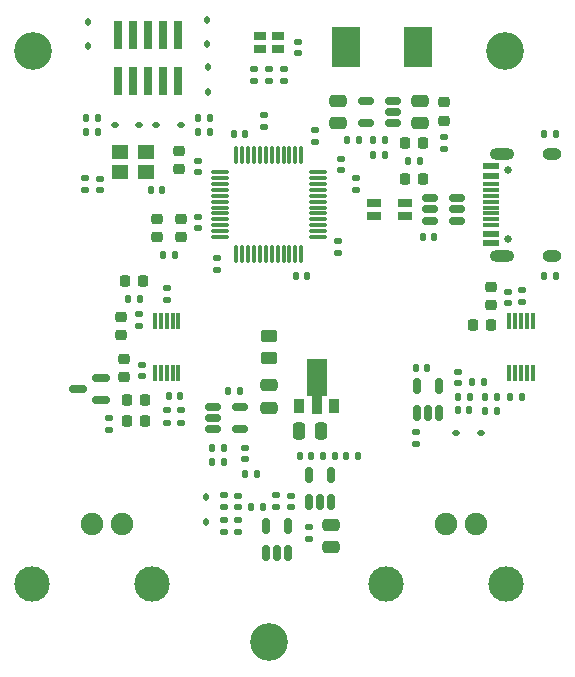
<source format=gbr>
%TF.GenerationSoftware,KiCad,Pcbnew,(7.0.0)*%
%TF.CreationDate,2023-08-19T19:02:20+01:00*%
%TF.ProjectId,Nemesis-MixSigPCB,4e656d65-7369-4732-9d4d-697853696750,rev?*%
%TF.SameCoordinates,Original*%
%TF.FileFunction,Soldermask,Top*%
%TF.FilePolarity,Negative*%
%FSLAX46Y46*%
G04 Gerber Fmt 4.6, Leading zero omitted, Abs format (unit mm)*
G04 Created by KiCad (PCBNEW (7.0.0)) date 2023-08-19 19:02:20*
%MOMM*%
%LPD*%
G01*
G04 APERTURE LIST*
G04 Aperture macros list*
%AMRoundRect*
0 Rectangle with rounded corners*
0 $1 Rounding radius*
0 $2 $3 $4 $5 $6 $7 $8 $9 X,Y pos of 4 corners*
0 Add a 4 corners polygon primitive as box body*
4,1,4,$2,$3,$4,$5,$6,$7,$8,$9,$2,$3,0*
0 Add four circle primitives for the rounded corners*
1,1,$1+$1,$2,$3*
1,1,$1+$1,$4,$5*
1,1,$1+$1,$6,$7*
1,1,$1+$1,$8,$9*
0 Add four rect primitives between the rounded corners*
20,1,$1+$1,$2,$3,$4,$5,0*
20,1,$1+$1,$4,$5,$6,$7,0*
20,1,$1+$1,$6,$7,$8,$9,0*
20,1,$1+$1,$8,$9,$2,$3,0*%
%AMFreePoly0*
4,1,9,3.862500,-0.866500,0.737500,-0.866500,0.737500,-0.450000,-0.737500,-0.450000,-0.737500,0.450000,0.737500,0.450000,0.737500,0.866500,3.862500,0.866500,3.862500,-0.866500,3.862500,-0.866500,$1*%
G04 Aperture macros list end*
%ADD10R,0.300000X1.450000*%
%ADD11RoundRect,0.140000X-0.170000X0.140000X-0.170000X-0.140000X0.170000X-0.140000X0.170000X0.140000X0*%
%ADD12RoundRect,0.250000X-0.475000X0.250000X-0.475000X-0.250000X0.475000X-0.250000X0.475000X0.250000X0*%
%ADD13RoundRect,0.135000X-0.135000X-0.185000X0.135000X-0.185000X0.135000X0.185000X-0.135000X0.185000X0*%
%ADD14RoundRect,0.140000X0.140000X0.170000X-0.140000X0.170000X-0.140000X-0.170000X0.140000X-0.170000X0*%
%ADD15RoundRect,0.135000X0.185000X-0.135000X0.185000X0.135000X-0.185000X0.135000X-0.185000X-0.135000X0*%
%ADD16RoundRect,0.112500X0.112500X-0.187500X0.112500X0.187500X-0.112500X0.187500X-0.112500X-0.187500X0*%
%ADD17RoundRect,0.075000X-0.662500X-0.075000X0.662500X-0.075000X0.662500X0.075000X-0.662500X0.075000X0*%
%ADD18RoundRect,0.075000X-0.075000X-0.662500X0.075000X-0.662500X0.075000X0.662500X-0.075000X0.662500X0*%
%ADD19RoundRect,0.140000X0.170000X-0.140000X0.170000X0.140000X-0.170000X0.140000X-0.170000X-0.140000X0*%
%ADD20RoundRect,0.135000X-0.185000X0.135000X-0.185000X-0.135000X0.185000X-0.135000X0.185000X0.135000X0*%
%ADD21RoundRect,0.150000X0.150000X-0.512500X0.150000X0.512500X-0.150000X0.512500X-0.150000X-0.512500X0*%
%ADD22RoundRect,0.135000X0.135000X0.185000X-0.135000X0.185000X-0.135000X-0.185000X0.135000X-0.185000X0*%
%ADD23RoundRect,0.225000X0.250000X-0.225000X0.250000X0.225000X-0.250000X0.225000X-0.250000X-0.225000X0*%
%ADD24RoundRect,0.250000X0.450000X-0.262500X0.450000X0.262500X-0.450000X0.262500X-0.450000X-0.262500X0*%
%ADD25R,0.740000X2.400000*%
%ADD26RoundRect,0.218750X0.256250X-0.218750X0.256250X0.218750X-0.256250X0.218750X-0.256250X-0.218750X0*%
%ADD27C,0.650000*%
%ADD28R,1.450000X0.600000*%
%ADD29R,1.450000X0.300000*%
%ADD30O,1.600000X1.000000*%
%ADD31O,2.100000X1.000000*%
%ADD32C,1.900000*%
%ADD33C,3.000000*%
%ADD34RoundRect,0.150000X0.512500X0.150000X-0.512500X0.150000X-0.512500X-0.150000X0.512500X-0.150000X0*%
%ADD35R,2.350000X3.500000*%
%ADD36RoundRect,0.250000X0.250000X0.475000X-0.250000X0.475000X-0.250000X-0.475000X0.250000X-0.475000X0*%
%ADD37R,1.400000X1.200000*%
%ADD38RoundRect,0.140000X-0.140000X-0.170000X0.140000X-0.170000X0.140000X0.170000X-0.140000X0.170000X0*%
%ADD39RoundRect,0.225000X-0.250000X0.225000X-0.250000X-0.225000X0.250000X-0.225000X0.250000X0.225000X0*%
%ADD40RoundRect,0.150000X0.587500X0.150000X-0.587500X0.150000X-0.587500X-0.150000X0.587500X-0.150000X0*%
%ADD41RoundRect,0.225000X0.225000X0.250000X-0.225000X0.250000X-0.225000X-0.250000X0.225000X-0.250000X0*%
%ADD42RoundRect,0.112500X-0.112500X0.187500X-0.112500X-0.187500X0.112500X-0.187500X0.112500X0.187500X0*%
%ADD43C,3.200000*%
%ADD44RoundRect,0.112500X0.187500X0.112500X-0.187500X0.112500X-0.187500X-0.112500X0.187500X-0.112500X0*%
%ADD45RoundRect,0.112500X-0.187500X-0.112500X0.187500X-0.112500X0.187500X0.112500X-0.187500X0.112500X0*%
%ADD46RoundRect,0.225000X-0.225000X-0.250000X0.225000X-0.250000X0.225000X0.250000X-0.225000X0.250000X0*%
%ADD47RoundRect,0.150000X-0.512500X-0.150000X0.512500X-0.150000X0.512500X0.150000X-0.512500X0.150000X0*%
%ADD48RoundRect,0.147500X0.147500X0.172500X-0.147500X0.172500X-0.147500X-0.172500X0.147500X-0.172500X0*%
%ADD49R,1.200000X0.700000*%
%ADD50R,0.900000X1.300000*%
%ADD51FreePoly0,90.000000*%
%ADD52R,1.000000X0.800000*%
G04 APERTURE END LIST*
D10*
%TO.C,U303*%
X135349999Y-97219999D03*
X135849999Y-97219999D03*
X136349999Y-97219999D03*
X136849999Y-97219999D03*
X137349999Y-97219999D03*
X137349999Y-92819999D03*
X136849999Y-92819999D03*
X136349999Y-92819999D03*
X135849999Y-92819999D03*
X135349999Y-92819999D03*
%TD*%
%TO.C,U400*%
X165349999Y-97219999D03*
X165849999Y-97219999D03*
X166349999Y-97219999D03*
X166849999Y-97219999D03*
X167349999Y-97219999D03*
X167349999Y-92819999D03*
X166849999Y-92819999D03*
X166349999Y-92819999D03*
X165849999Y-92819999D03*
X165349999Y-92819999D03*
%TD*%
D11*
%TO.C,C303*%
X146850000Y-107620000D03*
X146850000Y-108580000D03*
%TD*%
D12*
%TO.C,C105*%
X157840000Y-74170000D03*
X157840000Y-76070000D03*
%TD*%
D13*
%TO.C,R304*%
X142980000Y-105745000D03*
X144000000Y-105745000D03*
%TD*%
D14*
%TO.C,C306*%
X142520000Y-98720000D03*
X141560000Y-98720000D03*
%TD*%
D15*
%TO.C,R301*%
X141210000Y-110720000D03*
X141210000Y-109700000D03*
%TD*%
D16*
%TO.C,D202*%
X139830000Y-73420000D03*
X139830000Y-71320000D03*
%TD*%
D15*
%TO.C,R103*%
X159840000Y-78280000D03*
X159840000Y-77260000D03*
%TD*%
D17*
%TO.C,U200*%
X140837500Y-80220000D03*
X140837500Y-80720000D03*
X140837500Y-81220000D03*
X140837500Y-81720000D03*
X140837500Y-82220000D03*
X140837500Y-82720000D03*
X140837500Y-83220000D03*
X140837500Y-83720000D03*
X140837500Y-84220000D03*
X140837500Y-84720000D03*
X140837500Y-85220000D03*
X140837500Y-85720000D03*
D18*
X142250000Y-87132500D03*
X142750000Y-87132500D03*
X143250000Y-87132500D03*
X143750000Y-87132500D03*
X144250000Y-87132500D03*
X144750000Y-87132500D03*
X145250000Y-87132500D03*
X145750000Y-87132500D03*
X146250000Y-87132500D03*
X146750000Y-87132500D03*
X147250000Y-87132500D03*
X147750000Y-87132500D03*
D17*
X149162500Y-85720000D03*
X149162500Y-85220000D03*
X149162500Y-84720000D03*
X149162500Y-84220000D03*
X149162500Y-83720000D03*
X149162500Y-83220000D03*
X149162500Y-82720000D03*
X149162500Y-82220000D03*
X149162500Y-81720000D03*
X149162500Y-81220000D03*
X149162500Y-80720000D03*
X149162500Y-80220000D03*
D18*
X147750000Y-78807500D03*
X147250000Y-78807500D03*
X146750000Y-78807500D03*
X146250000Y-78807500D03*
X145750000Y-78807500D03*
X145250000Y-78807500D03*
X144750000Y-78807500D03*
X144250000Y-78807500D03*
X143750000Y-78807500D03*
X143250000Y-78807500D03*
X142750000Y-78807500D03*
X142250000Y-78807500D03*
%TD*%
D14*
%TO.C,C202*%
X148230000Y-89000000D03*
X147270000Y-89000000D03*
%TD*%
%TO.C,C302*%
X144490000Y-108570000D03*
X143530000Y-108570000D03*
%TD*%
D13*
%TO.C,R305*%
X140180000Y-104745000D03*
X141200000Y-104745000D03*
%TD*%
D19*
%TO.C,C305*%
X143000000Y-104545000D03*
X143000000Y-103585000D03*
%TD*%
D14*
%TO.C,C212*%
X130520000Y-76850000D03*
X129560000Y-76850000D03*
%TD*%
D20*
%TO.C,R303*%
X145650000Y-107590000D03*
X145650000Y-108610000D03*
%TD*%
D21*
%TO.C,U102*%
X148400000Y-108137500D03*
X149350000Y-108137500D03*
X150300000Y-108137500D03*
X150300000Y-105862500D03*
X148400000Y-105862500D03*
%TD*%
D13*
%TO.C,R403*%
X162190000Y-98020000D03*
X163210000Y-98020000D03*
%TD*%
D22*
%TO.C,R213*%
X130550000Y-75600000D03*
X129530000Y-75600000D03*
%TD*%
%TO.C,R211*%
X140060000Y-75600000D03*
X139040000Y-75600000D03*
%TD*%
D23*
%TO.C,C200*%
X137400000Y-79995000D03*
X137400000Y-78445000D03*
%TD*%
D15*
%TO.C,R201*%
X129450000Y-81760000D03*
X129450000Y-80740000D03*
%TD*%
D19*
%TO.C,C201*%
X139040000Y-80220000D03*
X139040000Y-79260000D03*
%TD*%
D12*
%TO.C,C104*%
X150840000Y-74170000D03*
X150840000Y-76070000D03*
%TD*%
D19*
%TO.C,C203*%
X151100000Y-80080000D03*
X151100000Y-79120000D03*
%TD*%
D13*
%TO.C,R205*%
X168290000Y-89000000D03*
X169310000Y-89000000D03*
%TD*%
D15*
%TO.C,R207*%
X146250000Y-72470000D03*
X146250000Y-71450000D03*
%TD*%
D23*
%TO.C,C206*%
X137540000Y-85720000D03*
X137540000Y-84170000D03*
%TD*%
%TO.C,C400*%
X163850000Y-91475000D03*
X163850000Y-89925000D03*
%TD*%
D24*
%TO.C,R100*%
X145000000Y-95932500D03*
X145000000Y-94107500D03*
%TD*%
D25*
%TO.C,J201*%
X137289999Y-68619999D03*
X137289999Y-72519999D03*
X136019999Y-68619999D03*
X136019999Y-72519999D03*
X134749999Y-68619999D03*
X134749999Y-72519999D03*
X133479999Y-68619999D03*
X133479999Y-72519999D03*
X132209999Y-68619999D03*
X132209999Y-72519999D03*
%TD*%
D14*
%TO.C,C210*%
X158980000Y-85700000D03*
X158020000Y-85700000D03*
%TD*%
D26*
%TO.C,D100*%
X159840000Y-75887500D03*
X159840000Y-74312500D03*
%TD*%
D11*
%TO.C,C209*%
X130700000Y-80790000D03*
X130700000Y-81750000D03*
%TD*%
D20*
%TO.C,R306*%
X136400000Y-100400000D03*
X136400000Y-101420000D03*
%TD*%
D27*
%TO.C,J200*%
X165290000Y-80080000D03*
X165290000Y-85860000D03*
D28*
X163844999Y-86219999D03*
X163844999Y-85419999D03*
D29*
X163844999Y-84219999D03*
X163844999Y-83219999D03*
X163844999Y-82719999D03*
X163844999Y-81719999D03*
D28*
X163844999Y-80519999D03*
X163844999Y-79719999D03*
X163844999Y-79719999D03*
X163844999Y-80519999D03*
D29*
X163844999Y-81219999D03*
X163844999Y-82219999D03*
X163844999Y-83719999D03*
X163844999Y-84719999D03*
D28*
X163844999Y-85419999D03*
X163844999Y-86219999D03*
D30*
X168939999Y-87289999D03*
D31*
X164759999Y-87289999D03*
X164759999Y-78649999D03*
D30*
X168939999Y-78649999D03*
%TD*%
D15*
%TO.C,R300*%
X141210000Y-108610000D03*
X141210000Y-107590000D03*
%TD*%
D32*
%TO.C,J400*%
X160000000Y-110020000D03*
D33*
X165080000Y-115100000D03*
D32*
X162540000Y-110020000D03*
D33*
X154920000Y-115100000D03*
%TD*%
D34*
%TO.C,U101*%
X155477500Y-76070000D03*
X155477500Y-75120000D03*
X155477500Y-74170000D03*
X153202500Y-74170000D03*
X153202500Y-76070000D03*
%TD*%
D21*
%TO.C,U401*%
X157510000Y-100620000D03*
X158460000Y-100620000D03*
X159410000Y-100620000D03*
X159410000Y-98345000D03*
X157510000Y-98345000D03*
%TD*%
D35*
%TO.C,L101*%
X151539999Y-69604999D03*
X157589999Y-69604999D03*
%TD*%
D20*
%TO.C,R309*%
X136350000Y-90000000D03*
X136350000Y-91020000D03*
%TD*%
D36*
%TO.C,C103*%
X149450000Y-102100000D03*
X147550000Y-102100000D03*
%TD*%
D37*
%TO.C,Y200*%
X134599999Y-78519999D03*
X132399999Y-78519999D03*
X132399999Y-80219999D03*
X134599999Y-80219999D03*
%TD*%
D38*
%TO.C,C307*%
X136520000Y-99200000D03*
X137480000Y-99200000D03*
%TD*%
D22*
%TO.C,R105*%
X152570000Y-104250000D03*
X151550000Y-104250000D03*
%TD*%
D20*
%TO.C,R400*%
X166400000Y-90190000D03*
X166400000Y-91210000D03*
%TD*%
D39*
%TO.C,C312*%
X132502500Y-92470000D03*
X132502500Y-94020000D03*
%TD*%
D38*
%TO.C,C404*%
X161020000Y-100400000D03*
X161980000Y-100400000D03*
%TD*%
D40*
%TO.C,U302*%
X130752500Y-99520000D03*
X130752500Y-97620000D03*
X128877500Y-98570000D03*
%TD*%
D15*
%TO.C,R202*%
X150850000Y-87070000D03*
X150850000Y-86050000D03*
%TD*%
D41*
%TO.C,C100*%
X158075000Y-80770000D03*
X156525000Y-80770000D03*
%TD*%
D12*
%TO.C,C102*%
X145040000Y-98270000D03*
X145040000Y-100170000D03*
%TD*%
D11*
%TO.C,C313*%
X134002500Y-92260000D03*
X134002500Y-93220000D03*
%TD*%
D42*
%TO.C,D201*%
X139800000Y-67300000D03*
X139800000Y-69400000D03*
%TD*%
D14*
%TO.C,C314*%
X134064229Y-90925838D03*
X133104229Y-90925838D03*
%TD*%
D43*
%TO.C,H2*%
X165000000Y-70000000D03*
%TD*%
D42*
%TO.C,D300*%
X139670000Y-107747500D03*
X139670000Y-109847500D03*
%TD*%
D44*
%TO.C,D204*%
X134040000Y-76220000D03*
X131940000Y-76220000D03*
%TD*%
D45*
%TO.C,D400*%
X160890000Y-102270000D03*
X162990000Y-102270000D03*
%TD*%
D46*
%TO.C,C101*%
X156525000Y-77770000D03*
X158075000Y-77770000D03*
%TD*%
D14*
%TO.C,C108*%
X148590000Y-104242500D03*
X147630000Y-104242500D03*
%TD*%
D43*
%TO.C,H1*%
X125000000Y-70000000D03*
%TD*%
D47*
%TO.C,U301*%
X140265000Y-100070000D03*
X140265000Y-101020000D03*
X140265000Y-101970000D03*
X142540000Y-101970000D03*
X142540000Y-100070000D03*
%TD*%
D20*
%TO.C,R203*%
X140600000Y-87490000D03*
X140600000Y-88510000D03*
%TD*%
D11*
%TO.C,C211*%
X147490000Y-69160000D03*
X147490000Y-70120000D03*
%TD*%
D23*
%TO.C,C310*%
X132752500Y-97560000D03*
X132752500Y-96010000D03*
%TD*%
D46*
%TO.C,C308*%
X133002500Y-101270000D03*
X134552500Y-101270000D03*
%TD*%
D20*
%TO.C,R308*%
X131502500Y-101035000D03*
X131502500Y-102055000D03*
%TD*%
D13*
%TO.C,R402*%
X163300000Y-99220000D03*
X164320000Y-99220000D03*
%TD*%
D15*
%TO.C,R209*%
X144990000Y-72470000D03*
X144990000Y-71450000D03*
%TD*%
D48*
%TO.C,L200*%
X137040000Y-87220000D03*
X136070000Y-87220000D03*
%TD*%
D22*
%TO.C,R212*%
X140060000Y-76850000D03*
X139040000Y-76850000D03*
%TD*%
D20*
%TO.C,R204*%
X152377500Y-80710000D03*
X152377500Y-81730000D03*
%TD*%
D15*
%TO.C,R200*%
X144600000Y-76400000D03*
X144600000Y-75380000D03*
%TD*%
D14*
%TO.C,C106*%
X154820000Y-78770000D03*
X153860000Y-78770000D03*
%TD*%
D38*
%TO.C,C406*%
X157450000Y-96820000D03*
X158410000Y-96820000D03*
%TD*%
D41*
%TO.C,C315*%
X134359229Y-89425838D03*
X132809229Y-89425838D03*
%TD*%
D19*
%TO.C,C401*%
X165250000Y-91300000D03*
X165250000Y-90340000D03*
%TD*%
D13*
%TO.C,R401*%
X165410000Y-99220000D03*
X166430000Y-99220000D03*
%TD*%
D19*
%TO.C,C301*%
X142410000Y-110670000D03*
X142410000Y-109710000D03*
%TD*%
D43*
%TO.C,H3*%
X145000000Y-120000000D03*
%TD*%
D38*
%TO.C,C204*%
X142040000Y-76960000D03*
X143000000Y-76960000D03*
%TD*%
%TO.C,C403*%
X163330000Y-100420000D03*
X164290000Y-100420000D03*
%TD*%
D15*
%TO.C,R405*%
X157500000Y-103262500D03*
X157500000Y-102242500D03*
%TD*%
D11*
%TO.C,C405*%
X161000000Y-97120000D03*
X161000000Y-98080000D03*
%TD*%
D23*
%TO.C,C207*%
X135540000Y-85720000D03*
X135540000Y-84170000D03*
%TD*%
D19*
%TO.C,C300*%
X142410000Y-108580000D03*
X142410000Y-107620000D03*
%TD*%
D12*
%TO.C,C107*%
X150300000Y-110095000D03*
X150300000Y-111995000D03*
%TD*%
D49*
%TO.C,L201*%
X156539999Y-83919999D03*
X156539999Y-82819999D03*
X153889999Y-82819999D03*
X153889999Y-83919999D03*
%TD*%
D19*
%TO.C,C205*%
X139040000Y-84950000D03*
X139040000Y-83990000D03*
%TD*%
D50*
%TO.C,U100*%
X147539999Y-100019999D03*
D51*
X149040000Y-99932500D03*
D50*
X150539999Y-100019999D03*
%TD*%
D13*
%TO.C,R102*%
X151580000Y-77520000D03*
X152600000Y-77520000D03*
%TD*%
%TO.C,R101*%
X153830000Y-77520000D03*
X154850000Y-77520000D03*
%TD*%
D22*
%TO.C,R104*%
X150600000Y-104250000D03*
X149580000Y-104250000D03*
%TD*%
D41*
%TO.C,C402*%
X163850000Y-93150000D03*
X162300000Y-93150000D03*
%TD*%
D15*
%TO.C,R208*%
X143750000Y-72470000D03*
X143750000Y-71450000D03*
%TD*%
D20*
%TO.C,R307*%
X137600000Y-100400000D03*
X137600000Y-101420000D03*
%TD*%
D15*
%TO.C,R210*%
X148950000Y-77710000D03*
X148950000Y-76690000D03*
%TD*%
D38*
%TO.C,C304*%
X140210000Y-103545000D03*
X141170000Y-103545000D03*
%TD*%
D13*
%TO.C,R404*%
X160990000Y-99220000D03*
X162010000Y-99220000D03*
%TD*%
D34*
%TO.C,U201*%
X160927500Y-84320000D03*
X160927500Y-83370000D03*
X160927500Y-82420000D03*
X158652500Y-82420000D03*
X158652500Y-83370000D03*
X158652500Y-84320000D03*
%TD*%
D13*
%TO.C,R206*%
X168290000Y-77000000D03*
X169310000Y-77000000D03*
%TD*%
D46*
%TO.C,C309*%
X132977500Y-99520000D03*
X134527500Y-99520000D03*
%TD*%
D14*
%TO.C,C208*%
X135960000Y-81720000D03*
X135000000Y-81720000D03*
%TD*%
D21*
%TO.C,U300*%
X144750000Y-112467500D03*
X145700000Y-112467500D03*
X146650000Y-112467500D03*
X146650000Y-110192500D03*
X144750000Y-110192500D03*
%TD*%
D16*
%TO.C,D205*%
X129680000Y-69570000D03*
X129680000Y-67470000D03*
%TD*%
D15*
%TO.C,R302*%
X148400000Y-111310000D03*
X148400000Y-110290000D03*
%TD*%
D32*
%TO.C,J300*%
X130000000Y-110020000D03*
D33*
X135080000Y-115100000D03*
D32*
X132540000Y-110020000D03*
D33*
X124920000Y-115100000D03*
%TD*%
D48*
%TO.C,L100*%
X157785000Y-79270000D03*
X156815000Y-79270000D03*
%TD*%
D19*
%TO.C,C311*%
X134252500Y-97520000D03*
X134252500Y-96560000D03*
%TD*%
D44*
%TO.C,D203*%
X137590000Y-76220000D03*
X135490000Y-76220000D03*
%TD*%
D52*
%TO.C,D200*%
X144249999Y-68719999D03*
X145749999Y-68719999D03*
X145749999Y-69819999D03*
X144249999Y-69819999D03*
%TD*%
M02*

</source>
